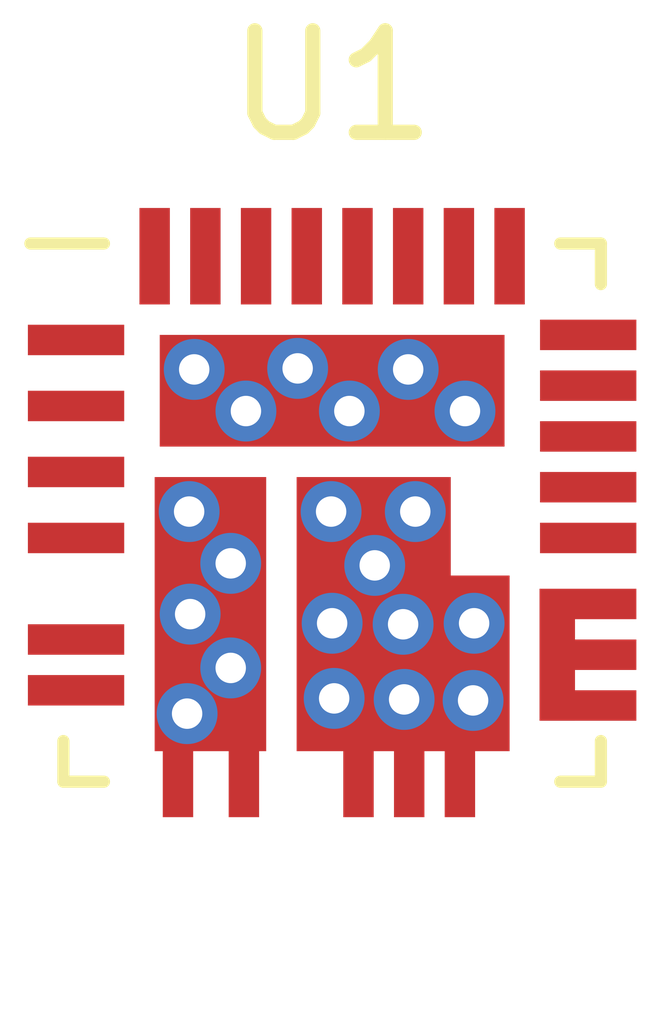
<source format=kicad_pcb>
(kicad_pcb (version 20211014) (generator pcbnew)
  (layers (0 "F.Cu" signal) (31 "B.Cu" signal) (34 "B.Paste" user) (35 "F.Paste" user) (36 "B.SilkS" user "B.Silkscreen") (37 "F.SilkS" user "F.Silkscreen") (38 "B.Mask" user) (39 "F.Mask" user) (44 "Edge.Cuts" user))
  (net 0 "")
  (net 1 "Net-(U1-Pad23)")
  (net 2 "VCC")
  (net 3 "GND")
  (net 15 "Net-(U1-Pad12)")
  (net 16 "Net-(R1-Pad1)")
  (net 17 "Net-(C1-Pad1)")
  (footprint "SiC46x:Vishay_PowerPAK_MLP55-27L_R_ThermalVias" (layer "F.Cu") (at 152.4 99.06)
    (fp_text reference "U1" (at 0 -4.2) (layer "F.SilkS"))
    (fp_text value "SIC461")
    (fp_line (start -2.25 -2.65) (end -2.975 -2.65) (layer "F.SilkS") (width 0.12))
    (fp_line (start -2.65 2.65) (end -2.65 2.25) (layer "F.SilkS") (width 0.12))
    (fp_line (start 2.25 2.65) (end 2.65 2.65) (layer "F.SilkS") (width 0.12))
    (fp_line (start 2.65 2.65) (end 2.65 2.25) (layer "F.SilkS") (width 0.12))
    (fp_line (start -2.25 2.65) (end -2.65 2.65) (layer "F.SilkS") (width 0.12))
    (fp_line (start 2.25 -2.65) (end 2.65 -2.65) (layer "F.SilkS") (width 0.12))
    (fp_line (start 2.65 -2.65) (end 2.65 -2.25) (layer "F.SilkS") (width 0.12))
    (pad "1" smd rect locked (at -2.525 -1.7 90) (size 0.3 0.95) (layers "F.Cu" "F.Paste" "F.Mask") (net 2 "VCC"))
    (pad "2" smd rect locked (at -2.525 -1.05 90) (size 0.3 0.95) (layers "F.Cu" "F.Paste" "F.Mask"))
    (pad "3" smd rect locked (at -2.525 -0.4 90) (size 0.3 0.95) (layers "F.Cu" "F.Paste" "F.Mask"))
    (pad "4" smd rect locked (at -2.525 0.25 90) (size 0.3 0.95) (layers "F.Cu" "F.Paste" "F.Mask") (net 17 "Net-(C1-Pad1)"))
    (pad "5" smd rect locked (at -2.525 1.25 90) (size 0.3 0.95) (layers "F.Cu" "F.Paste" "F.Mask") (net 16 "Net-(R1-Pad1)"))
    (pad "6" smd rect locked (at -2.525 1.75 90) (size 0.3 0.95) (layers "F.Cu" "F.Paste" "F.Mask") (net 16 "Net-(R1-Pad1)"))
    (pad "7" smd rect locked (at -1.52 2.525) (size 0.3 0.95) (layers "F.Cu" "F.Paste" "F.Mask") (net 2 "VCC"))
    (pad "8" smd rect locked (at -0.87 2.525) (size 0.3 0.95) (layers "F.Cu" "F.Paste" "F.Mask") (net 2 "VCC"))
    (pad "9" smd rect locked (at 0.26 2.525) (size 0.3 0.95) (layers "F.Cu" "F.Paste" "F.Mask") (net 3 "GND"))
    (pad "10" smd rect locked (at 0.76 2.525) (size 0.3 0.95) (layers "F.Cu" "F.Paste" "F.Mask") (net 3 "GND"))
    (pad "11" smd rect locked (at 1.26 2.525) (size 0.3 0.95) (layers "F.Cu" "F.Paste" "F.Mask") (net 3 "GND"))
    (pad "12" smd rect locked (at 2.525 1.9 90) (size 0.3 0.95) (layers "F.Cu" "F.Paste" "F.Mask") (net 15 "Net-(U1-Pad12)"))
    (pad "13" smd rect locked (at 2.525 1.4 90) (size 0.3 0.95) (layers "F.Cu" "F.Paste" "F.Mask") (net 15 "Net-(U1-Pad12)"))
    (pad "14" smd custom locked (at 2.525 0.9 90) (size 0.3 0.95) (layers "F.Cu" "F.Paste" "F.Mask") (net 15 "Net-(U1-Pad12)") (options (clearance outline) (anchor rect)) (primitives (gr_poly (pts (xy 0.15 -0.48) (xy 0.15 -0.13) (xy -1.15 -0.13) (xy -1.15 -0.48)) (width 0) (fill yes))))
    (pad "15" smd rect locked (at 2.525 0.25 90) (size 0.3 0.95) (layers "F.Cu" "F.Paste" "F.Mask"))
    (pad "16" smd rect locked (at 2.525 -0.25 90) (size 0.3 0.95) (layers "F.Cu" "F.Paste" "F.Mask"))
    (pad "17" smd rect locked (at 2.525 -0.75 90) (size 0.3 0.95) (layers "F.Cu" "F.Paste" "F.Mask") (net 3 "GND"))
    (pad "18" smd rect locked (at 2.525 -1.25 90) (size 0.3 0.95) (layers "F.Cu" "F.Paste" "F.Mask"))
    (pad "19" smd rect locked (at 2.525 -1.75 90) (size 0.3 0.95) (layers "F.Cu" "F.Paste" "F.Mask"))
    (pad "20" smd rect locked (at 1.75 -2.525) (size 0.3 0.95) (layers "F.Cu" "F.Paste" "F.Mask"))
    (pad "21" smd rect locked (at 1.25 -2.525) (size 0.3 0.95) (layers "F.Cu" "F.Paste" "F.Mask"))
    (pad "22" smd rect locked (at 0.75 -2.525) (size 0.3 0.95) (layers "F.Cu" "F.Paste" "F.Mask"))
    (pad "23" smd rect locked (at 0.25 -2.525) (size 0.3 0.95) (layers "F.Cu" "F.Paste" "F.Mask") (net 1 "Net-(U1-Pad23)"))
    (pad "24" smd rect locked (at -0.25 -2.525) (size 0.3 0.95) (layers "F.Cu" "F.Paste" "F.Mask"))
    (pad "25" smd rect locked (at -0.75 -2.525) (size 0.3 0.95) (layers "F.Cu" "F.Paste" "F.Mask"))
    (pad "26" smd rect locked (at -1.25 -2.525) (size 0.3 0.95) (layers "F.Cu" "F.Paste" "F.Mask"))
    (pad "27" smd rect locked (at -1.75 -2.525) (size 0.3 0.95) (layers "F.Cu" "F.Paste" "F.Mask"))
    (pad "28" thru_hole circle locked (at 0.75 -1.41) (size 0.6 0.6) (drill 0.3) (layers *.Cu *.Mask) (net 1 "Net-(U1-Pad23)"))
    (pad "28" thru_hole circle locked (at -0.85 -1) (size 0.6 0.6) (drill 0.3) (layers *.Cu *.Mask) (net 1 "Net-(U1-Pad23)"))
    (pad "28" thru_hole circle locked (at -0.34 -1.42) (size 0.6 0.6) (drill 0.3) (layers *.Cu *.Mask) (net 1 "Net-(U1-Pad23)"))
    (pad "28" thru_hole circle locked (at 1.31 -1) (size 0.6 0.6) (drill 0.3) (layers *.Cu *.Mask) (net 1 "Net-(U1-Pad23)"))
    (pad "28" thru_hole circle locked (at 0.17 -1) (size 0.6 0.6) (drill 0.3) (layers *.Cu *.Mask) (net 1 "Net-(U1-Pad23)"))
    (pad "28" thru_hole circle locked (at -1.36 -1.41) (size 0.6 0.6) (drill 0.3) (layers *.Cu *.Mask) (net 1 "Net-(U1-Pad23)"))
    (pad "28" smd rect locked (at 0 -1.2 180) (size 3.4 1.1) (layers "F.Cu" "F.Paste" "F.Mask") (net 1 "Net-(U1-Pad23)"))
    (pad "29" thru_hole circle locked (at -1 0.5) (size 0.6 0.6) (drill 0.3) (layers *.Cu *.Mask) (net 2 "VCC"))
    (pad "29" thru_hole circle locked (at -1.43 1.98) (size 0.6 0.6) (drill 0.3) (layers *.Cu *.Mask) (net 2 "VCC"))
    (pad "29" smd rect locked (at -1.2 1 180) (size 1.1 2.7) (layers "F.Cu" "F.Paste" "F.Mask") (net 2 "VCC"))
    (pad "29" thru_hole circle locked (at -1.4 1) (size 0.6 0.6) (drill 0.3) (layers *.Cu *.Mask) (net 2 "VCC"))
    (pad "29" thru_hole circle locked (at -1.41 -0.01) (size 0.6 0.6) (drill 0.3) (layers *.Cu *.Mask) (net 2 "VCC"))
    (pad "29" thru_hole circle locked (at -1 1.53) (size 0.6 0.6) (drill 0.3) (layers *.Cu *.Mask) (net 2 "VCC"))
    (pad "30" thru_hole circle locked (at -0.01 -0.01) (size 0.6 0.6) (drill 0.3) (layers *.Cu *.Mask) (net 3 "GND"))
    (pad "30" thru_hole circle locked (at 0.42 0.52) (size 0.6 0.6) (drill 0.3) (layers *.Cu *.Mask) (net 3 "GND"))
    (pad "30" thru_hole circle locked (at 1.4 1.09) (size 0.6 0.6) (drill 0.3) (layers *.Cu *.Mask) (net 3 "GND"))
    (pad "30" thru_hole circle locked (at 0 1.09) (size 0.6 0.6) (drill 0.3) (layers *.Cu *.Mask) (net 3 "GND"))
    (pad "30" thru_hole circle locked (at 0.02 1.83) (size 0.6 0.6) (drill 0.3) (layers *.Cu *.Mask) (net 3 "GND"))
    (pad "30" thru_hole circle locked (at 0.82 -0.01) (size 0.6 0.6) (drill 0.3) (layers *.Cu *.Mask) (net 3 "GND"))
    (pad "30" thru_hole circle locked (at 0.7 1.1) (size 0.6 0.6) (drill 0.3) (layers *.Cu *.Mask) (net 3 "GND"))
    (pad "30" thru_hole circle locked (at 1.39 1.85) (size 0.6 0.6) (drill 0.3) (layers *.Cu *.Mask) (net 3 "GND"))
    (pad "30" smd custom locked (at -0.05 -0.05) (size 0.6 0.6) (layers "F.Cu" "F.Paste" "F.Mask") (net 3 "GND") (options (clearance outline) (anchor rect)) (primitives (gr_poly (pts (xy -0.3 -0.3) (xy 1.22 -0.3) (xy 1.22 0.67) (xy 1.8 0.67) (xy 1.8 2.4) (xy -0.3 2.4)) (width 0) (fill yes))))
    (pad "30" thru_hole circle locked (at 0.71 1.84) (size 0.6 0.6) (drill 0.3) (layers *.Cu *.Mask) (net 3 "GND"))
  )
)
</source>
